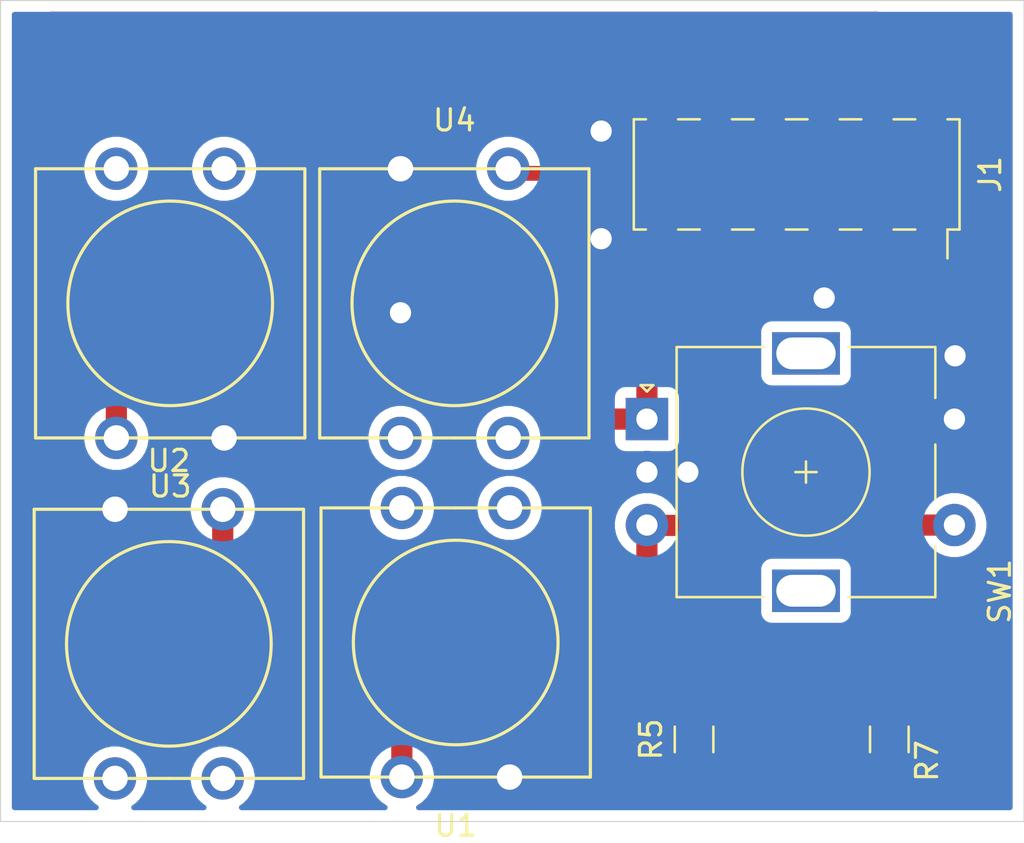
<source format=kicad_pcb>
(kicad_pcb (version 20171130) (host pcbnew 5.1.5-52549c5~84~ubuntu18.04.1)

  (general
    (thickness 1.6)
    (drawings 4)
    (tracks 80)
    (zones 0)
    (modules 8)
    (nets 18)
  )

  (page A4)
  (layers
    (0 F.Cu signal)
    (31 B.Cu signal)
    (32 B.Adhes user)
    (33 F.Adhes user)
    (34 B.Paste user)
    (35 F.Paste user)
    (36 B.SilkS user)
    (37 F.SilkS user)
    (38 B.Mask user)
    (39 F.Mask user)
    (40 Dwgs.User user)
    (41 Cmts.User user)
    (42 Eco1.User user)
    (43 Eco2.User user)
    (44 Edge.Cuts user)
    (45 Margin user)
    (46 B.CrtYd user)
    (47 F.CrtYd user)
    (48 B.Fab user hide)
    (49 F.Fab user hide)
  )

  (setup
    (last_trace_width 0.7)
    (user_trace_width 0.5)
    (user_trace_width 0.7)
    (user_trace_width 1)
    (user_trace_width 2)
    (trace_clearance 0.5)
    (zone_clearance 0.508)
    (zone_45_only no)
    (trace_min 0.2)
    (via_size 0.8)
    (via_drill 0.4)
    (via_min_size 0.4)
    (via_min_drill 0.3)
    (user_via 2 1)
    (uvia_size 0.3)
    (uvia_drill 0.1)
    (uvias_allowed no)
    (uvia_min_size 0.2)
    (uvia_min_drill 0.1)
    (edge_width 0.05)
    (segment_width 0.2)
    (pcb_text_width 0.3)
    (pcb_text_size 1.5 1.5)
    (mod_edge_width 0.12)
    (mod_text_size 1 1)
    (mod_text_width 0.15)
    (pad_size 1.524 1.524)
    (pad_drill 0.762)
    (pad_to_mask_clearance 0.051)
    (solder_mask_min_width 0.25)
    (aux_axis_origin 0 0)
    (visible_elements FFFFFF7F)
    (pcbplotparams
      (layerselection 0x01000_7fffffff)
      (usegerberextensions false)
      (usegerberattributes false)
      (usegerberadvancedattributes false)
      (creategerberjobfile false)
      (excludeedgelayer true)
      (linewidth 0.100000)
      (plotframeref false)
      (viasonmask false)
      (mode 1)
      (useauxorigin false)
      (hpglpennumber 1)
      (hpglpenspeed 20)
      (hpglpendiameter 15.000000)
      (psnegative true)
      (psa4output false)
      (plotreference true)
      (plotvalue true)
      (plotinvisibletext false)
      (padsonsilk false)
      (subtractmaskfromsilk false)
      (outputformat 5)
      (mirror true)
      (drillshape 2)
      (scaleselection 1)
      (outputdirectory ""))
  )

  (net 0 "")
  (net 1 GNDS)
  (net 2 /Controls/BTN4)
  (net 3 /Controls/ENC_A)
  (net 4 /Controls/BTN3)
  (net 5 /Controls/ENC_B)
  (net 6 /Controls/BTN2)
  (net 7 /Controls/BTN1)
  (net 8 /Controls/ENC_SW)
  (net 9 +3V3)
  (net 10 "Net-(U1-Pad3)")
  (net 11 "Net-(U1-Pad1)")
  (net 12 "Net-(U2-Pad3)")
  (net 13 "Net-(U2-Pad1)")
  (net 14 "Net-(U3-Pad3)")
  (net 15 "Net-(U3-Pad1)")
  (net 16 "Net-(U4-Pad3)")
  (net 17 "Net-(U4-Pad1)")

  (net_class Default "This is the default net class."
    (clearance 0.5)
    (trace_width 0.25)
    (via_dia 0.8)
    (via_drill 0.4)
    (uvia_dia 0.3)
    (uvia_drill 0.1)
    (add_net +3V3)
    (add_net /Controls/BTN1)
    (add_net /Controls/BTN2)
    (add_net /Controls/BTN3)
    (add_net /Controls/BTN4)
    (add_net /Controls/ENC_A)
    (add_net /Controls/ENC_B)
    (add_net /Controls/ENC_SW)
    (add_net GNDS)
    (add_net "Net-(U1-Pad1)")
    (add_net "Net-(U1-Pad3)")
    (add_net "Net-(U2-Pad1)")
    (add_net "Net-(U2-Pad3)")
    (add_net "Net-(U3-Pad1)")
    (add_net "Net-(U3-Pad3)")
    (add_net "Net-(U4-Pad1)")
    (add_net "Net-(U4-Pad3)")
  )

  (module Connector_PinSocket_2.54mm:PinSocket_2x06_P2.54mm_Vertical_SMD (layer F.Cu) (tedit 5A19A42A) (tstamp 5E81DBB0)
    (at 77.6732 67.0052 270)
    (descr "surface-mounted straight socket strip, 2x06, 2.54mm pitch, double cols (from Kicad 4.0.7), script generated")
    (tags "Surface mounted socket strip SMD 2x06 2.54mm double row")
    (path /5E7E6C1D/5E8132DF)
    (attr smd)
    (fp_text reference J1 (at 0 -9.12 90) (layer F.SilkS)
      (effects (font (size 1 1) (thickness 0.15)))
    )
    (fp_text value Conn_02x06_Odd_Even (at 0 9.12 90) (layer F.Fab)
      (effects (font (size 1 1) (thickness 0.15)))
    )
    (fp_text user %R (at 0 0) (layer F.Fab)
      (effects (font (size 1 1) (thickness 0.15)))
    )
    (fp_line (start -4.55 8.1) (end -4.55 -8.15) (layer F.CrtYd) (width 0.05))
    (fp_line (start 4.5 8.1) (end -4.55 8.1) (layer F.CrtYd) (width 0.05))
    (fp_line (start 4.5 -8.15) (end 4.5 8.1) (layer F.CrtYd) (width 0.05))
    (fp_line (start -4.55 -8.15) (end 4.5 -8.15) (layer F.CrtYd) (width 0.05))
    (fp_line (start 3.92 6.67) (end 2.54 6.67) (layer F.Fab) (width 0.1))
    (fp_line (start 3.92 6.03) (end 3.92 6.67) (layer F.Fab) (width 0.1))
    (fp_line (start 2.54 6.03) (end 3.92 6.03) (layer F.Fab) (width 0.1))
    (fp_line (start -3.92 6.67) (end -3.92 6.03) (layer F.Fab) (width 0.1))
    (fp_line (start -2.54 6.67) (end -3.92 6.67) (layer F.Fab) (width 0.1))
    (fp_line (start -3.92 6.03) (end -2.54 6.03) (layer F.Fab) (width 0.1))
    (fp_line (start 3.92 4.13) (end 2.54 4.13) (layer F.Fab) (width 0.1))
    (fp_line (start 3.92 3.49) (end 3.92 4.13) (layer F.Fab) (width 0.1))
    (fp_line (start 2.54 3.49) (end 3.92 3.49) (layer F.Fab) (width 0.1))
    (fp_line (start -3.92 4.13) (end -3.92 3.49) (layer F.Fab) (width 0.1))
    (fp_line (start -2.54 4.13) (end -3.92 4.13) (layer F.Fab) (width 0.1))
    (fp_line (start -3.92 3.49) (end -2.54 3.49) (layer F.Fab) (width 0.1))
    (fp_line (start 3.92 1.59) (end 2.54 1.59) (layer F.Fab) (width 0.1))
    (fp_line (start 3.92 0.95) (end 3.92 1.59) (layer F.Fab) (width 0.1))
    (fp_line (start 2.54 0.95) (end 3.92 0.95) (layer F.Fab) (width 0.1))
    (fp_line (start -3.92 1.59) (end -3.92 0.95) (layer F.Fab) (width 0.1))
    (fp_line (start -2.54 1.59) (end -3.92 1.59) (layer F.Fab) (width 0.1))
    (fp_line (start -3.92 0.95) (end -2.54 0.95) (layer F.Fab) (width 0.1))
    (fp_line (start 3.92 -0.95) (end 2.54 -0.95) (layer F.Fab) (width 0.1))
    (fp_line (start 3.92 -1.59) (end 3.92 -0.95) (layer F.Fab) (width 0.1))
    (fp_line (start 2.54 -1.59) (end 3.92 -1.59) (layer F.Fab) (width 0.1))
    (fp_line (start -3.92 -0.95) (end -3.92 -1.59) (layer F.Fab) (width 0.1))
    (fp_line (start -2.54 -0.95) (end -3.92 -0.95) (layer F.Fab) (width 0.1))
    (fp_line (start -3.92 -1.59) (end -2.54 -1.59) (layer F.Fab) (width 0.1))
    (fp_line (start 3.92 -3.49) (end 2.54 -3.49) (layer F.Fab) (width 0.1))
    (fp_line (start 3.92 -4.13) (end 3.92 -3.49) (layer F.Fab) (width 0.1))
    (fp_line (start 2.54 -4.13) (end 3.92 -4.13) (layer F.Fab) (width 0.1))
    (fp_line (start -3.92 -3.49) (end -3.92 -4.13) (layer F.Fab) (width 0.1))
    (fp_line (start -2.54 -3.49) (end -3.92 -3.49) (layer F.Fab) (width 0.1))
    (fp_line (start -3.92 -4.13) (end -2.54 -4.13) (layer F.Fab) (width 0.1))
    (fp_line (start 3.92 -6.03) (end 2.54 -6.03) (layer F.Fab) (width 0.1))
    (fp_line (start 3.92 -6.67) (end 3.92 -6.03) (layer F.Fab) (width 0.1))
    (fp_line (start 2.54 -6.67) (end 3.92 -6.67) (layer F.Fab) (width 0.1))
    (fp_line (start -3.92 -6.03) (end -3.92 -6.67) (layer F.Fab) (width 0.1))
    (fp_line (start -2.54 -6.03) (end -3.92 -6.03) (layer F.Fab) (width 0.1))
    (fp_line (start -3.92 -6.67) (end -2.54 -6.67) (layer F.Fab) (width 0.1))
    (fp_line (start -2.54 7.62) (end -2.54 -7.62) (layer F.Fab) (width 0.1))
    (fp_line (start 2.54 7.62) (end -2.54 7.62) (layer F.Fab) (width 0.1))
    (fp_line (start 2.54 -6.62) (end 2.54 7.62) (layer F.Fab) (width 0.1))
    (fp_line (start 1.54 -7.62) (end 2.54 -6.62) (layer F.Fab) (width 0.1))
    (fp_line (start -2.54 -7.62) (end 1.54 -7.62) (layer F.Fab) (width 0.1))
    (fp_line (start 2.6 -7.11) (end 3.96 -7.11) (layer F.SilkS) (width 0.12))
    (fp_line (start -2.6 7.11) (end -2.6 7.68) (layer F.SilkS) (width 0.12))
    (fp_line (start -2.6 4.57) (end -2.6 5.59) (layer F.SilkS) (width 0.12))
    (fp_line (start -2.6 2.03) (end -2.6 3.05) (layer F.SilkS) (width 0.12))
    (fp_line (start -2.6 -0.51) (end -2.6 0.51) (layer F.SilkS) (width 0.12))
    (fp_line (start -2.6 -3.05) (end -2.6 -2.03) (layer F.SilkS) (width 0.12))
    (fp_line (start -2.6 -5.59) (end -2.6 -4.57) (layer F.SilkS) (width 0.12))
    (fp_line (start -2.6 -7.68) (end -2.6 -7.11) (layer F.SilkS) (width 0.12))
    (fp_line (start -2.6 7.68) (end 2.6 7.68) (layer F.SilkS) (width 0.12))
    (fp_line (start 2.6 7.11) (end 2.6 7.68) (layer F.SilkS) (width 0.12))
    (fp_line (start 2.6 4.57) (end 2.6 5.59) (layer F.SilkS) (width 0.12))
    (fp_line (start 2.6 2.03) (end 2.6 3.05) (layer F.SilkS) (width 0.12))
    (fp_line (start 2.6 -0.51) (end 2.6 0.51) (layer F.SilkS) (width 0.12))
    (fp_line (start 2.6 -3.05) (end 2.6 -2.03) (layer F.SilkS) (width 0.12))
    (fp_line (start 2.6 -5.59) (end 2.6 -4.57) (layer F.SilkS) (width 0.12))
    (fp_line (start 2.6 -7.68) (end 2.6 -7.11) (layer F.SilkS) (width 0.12))
    (fp_line (start -2.6 -7.68) (end 2.6 -7.68) (layer F.SilkS) (width 0.12))
    (pad 12 smd rect (at -2.52 6.35 270) (size 3 1) (layers F.Cu F.Paste F.Mask)
      (net 1 GNDS))
    (pad 11 smd rect (at 2.52 6.35 270) (size 3 1) (layers F.Cu F.Paste F.Mask)
      (net 1 GNDS))
    (pad 10 smd rect (at -2.52 3.81 270) (size 3 1) (layers F.Cu F.Paste F.Mask)
      (net 2 /Controls/BTN4))
    (pad 9 smd rect (at 2.52 3.81 270) (size 3 1) (layers F.Cu F.Paste F.Mask)
      (net 3 /Controls/ENC_A))
    (pad 8 smd rect (at -2.52 1.27 270) (size 3 1) (layers F.Cu F.Paste F.Mask)
      (net 4 /Controls/BTN3))
    (pad 7 smd rect (at 2.52 1.27 270) (size 3 1) (layers F.Cu F.Paste F.Mask)
      (net 5 /Controls/ENC_B))
    (pad 6 smd rect (at -2.52 -1.27 270) (size 3 1) (layers F.Cu F.Paste F.Mask)
      (net 6 /Controls/BTN2))
    (pad 5 smd rect (at 2.52 -1.27 270) (size 3 1) (layers F.Cu F.Paste F.Mask)
      (net 1 GNDS))
    (pad 4 smd rect (at -2.52 -3.81 270) (size 3 1) (layers F.Cu F.Paste F.Mask)
      (net 7 /Controls/BTN1))
    (pad 3 smd rect (at 2.52 -3.81 270) (size 3 1) (layers F.Cu F.Paste F.Mask)
      (net 8 /Controls/ENC_SW))
    (pad 2 smd rect (at -2.52 -6.35 270) (size 3 1) (layers F.Cu F.Paste F.Mask)
      (net 9 +3V3))
    (pad 1 smd rect (at 2.52 -6.35 270) (size 3 1) (layers F.Cu F.Paste F.Mask)
      (net 9 +3V3))
    (model ${KISYS3DMOD}/Connector_PinSocket_2.54mm.3dshapes/PinSocket_2x06_P2.54mm_Vertical_SMD.wrl
      (at (xyz 0 0 0))
      (scale (xyz 1 1 1))
      (rotate (xyz 0 0 0))
    )
  )

  (module 12x12x7_3mmTactilePushButtonMomentary:12x12x7_3mmTactilePushButtonMomentary (layer F.Cu) (tedit 5CBF733D) (tstamp 5E817161)
    (at 48.0695 89.154 270)
    (path /5E7E6C1D/5E7E532E)
    (fp_text reference U2 (at -8.636 0 180) (layer F.SilkS)
      (effects (font (size 1 1) (thickness 0.15)))
    )
    (fp_text value Tactile_Switch_SPST-NO (at 0 -8.255 270) (layer F.Fab)
      (effects (font (size 1 1) (thickness 0.15)))
    )
    (fp_line (start 6.35 0) (end 6.35 6.35) (layer F.SilkS) (width 0.15))
    (fp_line (start 6.35 6.35) (end -6.35 6.35) (layer F.SilkS) (width 0.15))
    (fp_line (start -6.35 6.35) (end -6.35 -6.35) (layer F.SilkS) (width 0.15))
    (fp_line (start -6.35 -6.35) (end 6.35 -6.35) (layer F.SilkS) (width 0.15))
    (fp_line (start 6.35 -6.35) (end 6.35 0) (layer F.SilkS) (width 0.15))
    (fp_circle (center 0 0) (end 0 4.826) (layer F.SilkS) (width 0.15))
    (pad 1 thru_hole circle (at 6.35 2.54 270) (size 2 2) (drill 1.2) (layers *.Cu *.Mask)
      (net 13 "Net-(U2-Pad1)"))
    (pad 2 thru_hole circle (at -6.35 2.54 270) (size 2 2) (drill 1.2) (layers *.Cu *.Mask)
      (net 1 GNDS))
    (pad 3 thru_hole circle (at 6.35 -2.54 270) (size 2 2) (drill 1.2) (layers *.Cu *.Mask)
      (net 12 "Net-(U2-Pad3)"))
    (pad 4 thru_hole circle (at -6.35 -2.54 270) (size 2 2) (drill 1.2) (layers *.Cu *.Mask)
      (net 6 /Controls/BTN2))
    (model ${KIPRJMOD}/lib/3d/c-1571627-1-e-3d.stp
      (offset (xyz 0 0 4))
      (scale (xyz 1 1 1))
      (rotate (xyz 0 0 90))
    )
  )

  (module Resistor_SMD:R_1206_3216Metric_Pad1.42x1.75mm_HandSolder (layer F.Cu) (tedit 5B301BBD) (tstamp 5E81711F)
    (at 82.042 93.6625 90)
    (descr "Resistor SMD 1206 (3216 Metric), square (rectangular) end terminal, IPC_7351 nominal with elongated pad for handsoldering. (Body size source: http://www.tortai-tech.com/upload/download/2011102023233369053.pdf), generated with kicad-footprint-generator")
    (tags "resistor handsolder")
    (path /5E7E6C1D/5E7E53C9)
    (attr smd)
    (fp_text reference R7 (at -1.016 1.778 270) (layer F.SilkS)
      (effects (font (size 1 1) (thickness 0.15)))
    )
    (fp_text value 10K (at 0 1.82 270) (layer F.Fab)
      (effects (font (size 1 1) (thickness 0.15)))
    )
    (fp_line (start -1.6 0.8) (end -1.6 -0.8) (layer F.Fab) (width 0.1))
    (fp_line (start -1.6 -0.8) (end 1.6 -0.8) (layer F.Fab) (width 0.1))
    (fp_line (start 1.6 -0.8) (end 1.6 0.8) (layer F.Fab) (width 0.1))
    (fp_line (start 1.6 0.8) (end -1.6 0.8) (layer F.Fab) (width 0.1))
    (fp_line (start -0.602064 -0.91) (end 0.602064 -0.91) (layer F.SilkS) (width 0.12))
    (fp_line (start -0.602064 0.91) (end 0.602064 0.91) (layer F.SilkS) (width 0.12))
    (fp_line (start -2.45 1.12) (end -2.45 -1.12) (layer F.CrtYd) (width 0.05))
    (fp_line (start -2.45 -1.12) (end 2.45 -1.12) (layer F.CrtYd) (width 0.05))
    (fp_line (start 2.45 -1.12) (end 2.45 1.12) (layer F.CrtYd) (width 0.05))
    (fp_line (start 2.45 1.12) (end -2.45 1.12) (layer F.CrtYd) (width 0.05))
    (fp_text user %R (at 0 0 270) (layer F.Fab)
      (effects (font (size 0.8 0.8) (thickness 0.12)))
    )
    (pad 1 smd roundrect (at -1.4875 0 90) (size 1.425 1.75) (layers F.Cu F.Paste F.Mask) (roundrect_rratio 0.175439)
      (net 9 +3V3))
    (pad 2 smd roundrect (at 1.4875 0 90) (size 1.425 1.75) (layers F.Cu F.Paste F.Mask) (roundrect_rratio 0.175439)
      (net 5 /Controls/ENC_B))
    (model ${KISYS3DMOD}/Resistor_SMD.3dshapes/R_1206_3216Metric.wrl
      (at (xyz 0 0 0))
      (scale (xyz 1 1 1))
      (rotate (xyz 0 0 0))
    )
  )

  (module Resistor_SMD:R_1206_3216Metric_Pad1.42x1.75mm_HandSolder (layer F.Cu) (tedit 5B301BBD) (tstamp 5E8170FD)
    (at 72.8345 93.6625 90)
    (descr "Resistor SMD 1206 (3216 Metric), square (rectangular) end terminal, IPC_7351 nominal with elongated pad for handsoldering. (Body size source: http://www.tortai-tech.com/upload/download/2011102023233369053.pdf), generated with kicad-footprint-generator")
    (tags "resistor handsolder")
    (path /5E7E6C1D/5E7E53C3)
    (attr smd)
    (fp_text reference R5 (at 0 -2.032 270) (layer F.SilkS)
      (effects (font (size 1 1) (thickness 0.15)))
    )
    (fp_text value 10K (at 0 1.82 270) (layer F.Fab)
      (effects (font (size 1 1) (thickness 0.15)))
    )
    (fp_line (start -1.6 0.8) (end -1.6 -0.8) (layer F.Fab) (width 0.1))
    (fp_line (start -1.6 -0.8) (end 1.6 -0.8) (layer F.Fab) (width 0.1))
    (fp_line (start 1.6 -0.8) (end 1.6 0.8) (layer F.Fab) (width 0.1))
    (fp_line (start 1.6 0.8) (end -1.6 0.8) (layer F.Fab) (width 0.1))
    (fp_line (start -0.602064 -0.91) (end 0.602064 -0.91) (layer F.SilkS) (width 0.12))
    (fp_line (start -0.602064 0.91) (end 0.602064 0.91) (layer F.SilkS) (width 0.12))
    (fp_line (start -2.45 1.12) (end -2.45 -1.12) (layer F.CrtYd) (width 0.05))
    (fp_line (start -2.45 -1.12) (end 2.45 -1.12) (layer F.CrtYd) (width 0.05))
    (fp_line (start 2.45 -1.12) (end 2.45 1.12) (layer F.CrtYd) (width 0.05))
    (fp_line (start 2.45 1.12) (end -2.45 1.12) (layer F.CrtYd) (width 0.05))
    (fp_text user %R (at 0 0 270) (layer F.Fab)
      (effects (font (size 0.8 0.8) (thickness 0.12)))
    )
    (pad 1 smd roundrect (at -1.4875 0 90) (size 1.425 1.75) (layers F.Cu F.Paste F.Mask) (roundrect_rratio 0.175439)
      (net 9 +3V3))
    (pad 2 smd roundrect (at 1.4875 0 90) (size 1.425 1.75) (layers F.Cu F.Paste F.Mask) (roundrect_rratio 0.175439)
      (net 3 /Controls/ENC_A))
    (model ${KISYS3DMOD}/Resistor_SMD.3dshapes/R_1206_3216Metric.wrl
      (at (xyz 0 0 0))
      (scale (xyz 1 1 1))
      (rotate (xyz 0 0 0))
    )
  )

  (module Rotary_Encoder:RotaryEncoder_Alps_EC11E-Switch_Vertical_H20mm (layer F.Cu) (tedit 5A74C8CB) (tstamp 5E88F2BD)
    (at 70.612 78.5495)
    (descr "Alps rotary encoder, EC12E... with switch, vertical shaft, http://www.alps.com/prod/info/E/HTML/Encoder/Incremental/EC11/EC11E15204A3.html")
    (tags "rotary encoder")
    (path /5E7E6C1D/5E7E53B0)
    (fp_text reference SW1 (at 16.637 8.128 90) (layer F.SilkS)
      (effects (font (size 1 1) (thickness 0.15)))
    )
    (fp_text value Rotary_Encoder_Switch (at 7.5 10.4) (layer F.Fab)
      (effects (font (size 1 1) (thickness 0.15)))
    )
    (fp_circle (center 7.5 2.5) (end 10.5 2.5) (layer F.Fab) (width 0.12))
    (fp_circle (center 7.5 2.5) (end 10.5 2.5) (layer F.SilkS) (width 0.12))
    (fp_line (start 16 9.6) (end -1.5 9.6) (layer F.CrtYd) (width 0.05))
    (fp_line (start 16 9.6) (end 16 -4.6) (layer F.CrtYd) (width 0.05))
    (fp_line (start -1.5 -4.6) (end -1.5 9.6) (layer F.CrtYd) (width 0.05))
    (fp_line (start -1.5 -4.6) (end 16 -4.6) (layer F.CrtYd) (width 0.05))
    (fp_line (start 2.5 -3.3) (end 13.5 -3.3) (layer F.Fab) (width 0.12))
    (fp_line (start 13.5 -3.3) (end 13.5 8.3) (layer F.Fab) (width 0.12))
    (fp_line (start 13.5 8.3) (end 1.5 8.3) (layer F.Fab) (width 0.12))
    (fp_line (start 1.5 8.3) (end 1.5 -2.2) (layer F.Fab) (width 0.12))
    (fp_line (start 1.5 -2.2) (end 2.5 -3.3) (layer F.Fab) (width 0.12))
    (fp_line (start 9.5 -3.4) (end 13.6 -3.4) (layer F.SilkS) (width 0.12))
    (fp_line (start 13.6 8.4) (end 9.5 8.4) (layer F.SilkS) (width 0.12))
    (fp_line (start 5.5 8.4) (end 1.4 8.4) (layer F.SilkS) (width 0.12))
    (fp_line (start 5.5 -3.4) (end 1.4 -3.4) (layer F.SilkS) (width 0.12))
    (fp_line (start 1.4 -3.4) (end 1.4 8.4) (layer F.SilkS) (width 0.12))
    (fp_line (start 0 -1.3) (end -0.3 -1.6) (layer F.SilkS) (width 0.12))
    (fp_line (start -0.3 -1.6) (end 0.3 -1.6) (layer F.SilkS) (width 0.12))
    (fp_line (start 0.3 -1.6) (end 0 -1.3) (layer F.SilkS) (width 0.12))
    (fp_line (start 7.5 -0.5) (end 7.5 5.5) (layer F.Fab) (width 0.12))
    (fp_line (start 4.5 2.5) (end 10.5 2.5) (layer F.Fab) (width 0.12))
    (fp_line (start 13.6 -3.4) (end 13.6 -1) (layer F.SilkS) (width 0.12))
    (fp_line (start 13.6 1.2) (end 13.6 3.8) (layer F.SilkS) (width 0.12))
    (fp_line (start 13.6 6) (end 13.6 8.4) (layer F.SilkS) (width 0.12))
    (fp_line (start 7.5 2) (end 7.5 3) (layer F.SilkS) (width 0.12))
    (fp_line (start 7 2.5) (end 8 2.5) (layer F.SilkS) (width 0.12))
    (fp_text user %R (at 11.1 6.3) (layer F.Fab)
      (effects (font (size 1 1) (thickness 0.15)))
    )
    (pad A thru_hole rect (at 0 0) (size 2 2) (drill 1) (layers *.Cu *.Mask)
      (net 3 /Controls/ENC_A))
    (pad C thru_hole circle (at 0 2.5) (size 2 2) (drill 1) (layers *.Cu *.Mask)
      (net 1 GNDS))
    (pad B thru_hole circle (at 0 5) (size 2 2) (drill 1) (layers *.Cu *.Mask)
      (net 5 /Controls/ENC_B))
    (pad MP thru_hole rect (at 7.5 -3.1) (size 3.2 2) (drill oval 2.8 1.5) (layers *.Cu *.Mask))
    (pad MP thru_hole rect (at 7.5 8.1) (size 3.2 2) (drill oval 2.8 1.5) (layers *.Cu *.Mask))
    (pad S2 thru_hole circle (at 14.5 0) (size 2 2) (drill 1) (layers *.Cu *.Mask)
      (net 1 GNDS))
    (pad S1 thru_hole circle (at 14.5 5) (size 2 2) (drill 1) (layers *.Cu *.Mask)
      (net 8 /Controls/ENC_SW))
    (model ${KISYS3DMOD}/Rotary_Encoder.3dshapes/RotaryEncoder_Alps_EC11E-Switch_Vertical_H20mm.wrl
      (at (xyz 0 0 0))
      (scale (xyz 1 1 1))
      (rotate (xyz 0 0 0))
    )
  )

  (module 12x12x7_3mmTactilePushButtonMomentary:12x12x7_3mmTactilePushButtonMomentary (layer F.Cu) (tedit 5CBF733D) (tstamp 5E81717D)
    (at 61.5315 73.0885 270)
    (path /5E7E6C1D/5E7E533A)
    (fp_text reference U4 (at -8.636 0 180) (layer F.SilkS)
      (effects (font (size 1 1) (thickness 0.15)))
    )
    (fp_text value Tactile_Switch_SPST-NO (at 0 -8.255 270) (layer F.Fab)
      (effects (font (size 1 1) (thickness 0.15)))
    )
    (fp_line (start 6.35 0) (end 6.35 6.35) (layer F.SilkS) (width 0.15))
    (fp_line (start 6.35 6.35) (end -6.35 6.35) (layer F.SilkS) (width 0.15))
    (fp_line (start -6.35 6.35) (end -6.35 -6.35) (layer F.SilkS) (width 0.15))
    (fp_line (start -6.35 -6.35) (end 6.35 -6.35) (layer F.SilkS) (width 0.15))
    (fp_line (start 6.35 -6.35) (end 6.35 0) (layer F.SilkS) (width 0.15))
    (fp_circle (center 0 0) (end 0 4.826) (layer F.SilkS) (width 0.15))
    (pad 1 thru_hole circle (at 6.35 2.54 270) (size 2 2) (drill 1.2) (layers *.Cu *.Mask)
      (net 17 "Net-(U4-Pad1)"))
    (pad 2 thru_hole circle (at -6.35 2.54 270) (size 2 2) (drill 1.2) (layers *.Cu *.Mask)
      (net 1 GNDS))
    (pad 3 thru_hole circle (at 6.35 -2.54 270) (size 2 2) (drill 1.2) (layers *.Cu *.Mask)
      (net 16 "Net-(U4-Pad3)"))
    (pad 4 thru_hole circle (at -6.35 -2.54 270) (size 2 2) (drill 1.2) (layers *.Cu *.Mask)
      (net 2 /Controls/BTN4))
    (model ${KIPRJMOD}/lib/3d/c-1571627-1-e-3d.stp
      (offset (xyz 0 0 4))
      (scale (xyz 1 1 1))
      (rotate (xyz 0 0 90))
    )
  )

  (module 12x12x7_3mmTactilePushButtonMomentary:12x12x7_3mmTactilePushButtonMomentary (layer F.Cu) (tedit 5CBF733D) (tstamp 5E81716F)
    (at 48.133 73.0885 90)
    (path /5E7E6C1D/5E7E5334)
    (fp_text reference U3 (at -8.636 0 180) (layer F.SilkS)
      (effects (font (size 1 1) (thickness 0.15)))
    )
    (fp_text value Tactile_Switch_SPST-NO (at 0 -8.255 270) (layer F.Fab)
      (effects (font (size 1 1) (thickness 0.15)))
    )
    (fp_line (start 6.35 0) (end 6.35 6.35) (layer F.SilkS) (width 0.15))
    (fp_line (start 6.35 6.35) (end -6.35 6.35) (layer F.SilkS) (width 0.15))
    (fp_line (start -6.35 6.35) (end -6.35 -6.35) (layer F.SilkS) (width 0.15))
    (fp_line (start -6.35 -6.35) (end 6.35 -6.35) (layer F.SilkS) (width 0.15))
    (fp_line (start 6.35 -6.35) (end 6.35 0) (layer F.SilkS) (width 0.15))
    (fp_circle (center 0 0) (end 0 4.826) (layer F.SilkS) (width 0.15))
    (pad 1 thru_hole circle (at 6.35 2.54 90) (size 2 2) (drill 1.2) (layers *.Cu *.Mask)
      (net 15 "Net-(U3-Pad1)"))
    (pad 2 thru_hole circle (at -6.35 2.54 90) (size 2 2) (drill 1.2) (layers *.Cu *.Mask)
      (net 1 GNDS))
    (pad 3 thru_hole circle (at 6.35 -2.54 90) (size 2 2) (drill 1.2) (layers *.Cu *.Mask)
      (net 14 "Net-(U3-Pad3)"))
    (pad 4 thru_hole circle (at -6.35 -2.54 90) (size 2 2) (drill 1.2) (layers *.Cu *.Mask)
      (net 4 /Controls/BTN3))
    (model ${KIPRJMOD}/lib/3d/c-1571627-1-e-3d.stp
      (offset (xyz 0 0 4))
      (scale (xyz 1 1 1))
      (rotate (xyz 0 0 90))
    )
  )

  (module 12x12x7_3mmTactilePushButtonMomentary:12x12x7_3mmTactilePushButtonMomentary (layer F.Cu) (tedit 5CBF733D) (tstamp 5E88FEB9)
    (at 61.595 89.0905 90)
    (path /5E7E6C1D/5E7E5328)
    (fp_text reference U1 (at -8.636 0 180) (layer F.SilkS)
      (effects (font (size 1 1) (thickness 0.15)))
    )
    (fp_text value Tactile_Switch_SPST-NO (at 0 -8.255 270) (layer F.Fab)
      (effects (font (size 1 1) (thickness 0.15)))
    )
    (fp_line (start 6.35 0) (end 6.35 6.35) (layer F.SilkS) (width 0.15))
    (fp_line (start 6.35 6.35) (end -6.35 6.35) (layer F.SilkS) (width 0.15))
    (fp_line (start -6.35 6.35) (end -6.35 -6.35) (layer F.SilkS) (width 0.15))
    (fp_line (start -6.35 -6.35) (end 6.35 -6.35) (layer F.SilkS) (width 0.15))
    (fp_line (start 6.35 -6.35) (end 6.35 0) (layer F.SilkS) (width 0.15))
    (fp_circle (center 0 0) (end 0 4.826) (layer F.SilkS) (width 0.15))
    (pad 1 thru_hole circle (at 6.35 2.54 90) (size 2 2) (drill 1.2) (layers *.Cu *.Mask)
      (net 11 "Net-(U1-Pad1)"))
    (pad 2 thru_hole circle (at -6.35 2.54 90) (size 2 2) (drill 1.2) (layers *.Cu *.Mask)
      (net 1 GNDS))
    (pad 3 thru_hole circle (at 6.35 -2.54 90) (size 2 2) (drill 1.2) (layers *.Cu *.Mask)
      (net 10 "Net-(U1-Pad3)"))
    (pad 4 thru_hole circle (at -6.35 -2.54 90) (size 2 2) (drill 1.2) (layers *.Cu *.Mask)
      (net 7 /Controls/BTN1))
    (model ${KIPRJMOD}/lib/3d/c-1571627-1-e-3d.stp
      (offset (xyz 0 0 4))
      (scale (xyz 1 1 1))
      (rotate (xyz 0 0 90))
    )
  )

  (gr_line (start 40.132 58.801) (end 88.392 58.801) (layer Edge.Cuts) (width 0.05) (tstamp 5E816D41))
  (gr_line (start 40.132 97.536) (end 40.132 58.801) (layer Edge.Cuts) (width 0.05))
  (gr_line (start 88.392 97.536) (end 40.132 97.536) (layer Edge.Cuts) (width 0.05))
  (gr_line (start 88.392 58.801) (end 88.392 97.536) (layer Edge.Cuts) (width 0.05))

  (segment (start 58.9915 71.0692) (end 58.9915 66.7385) (width 1) (layer F.Cu) (net 1))
  (segment (start 58.9915 71.0565) (end 58.9915 73.533) (width 1) (layer F.Cu) (net 1))
  (via (at 58.9915 73.533) (size 2) (drill 1) (layers F.Cu B.Cu) (net 1))
  (via (at 78.9686 72.8345) (size 2) (drill 1) (layers F.Cu B.Cu) (net 1))
  (segment (start 71.247 70.0405) (end 68.453 70.0405) (width 1) (layer F.Cu) (net 1))
  (via (at 68.453 70.0405) (size 2) (drill 1) (layers F.Cu B.Cu) (net 1))
  (via (at 72.5405 81.0495) (size 2) (drill 1) (layers F.Cu B.Cu) (net 1))
  (segment (start 72.5405 81.0495) (end 70.612 81.0495) (width 1) (layer F.Cu) (net 1))
  (segment (start 58.9915 73.533) (end 58.9915 71.0692) (width 1) (layer F.Cu) (net 1))
  (segment (start 61.468 73.533) (end 58.9915 73.533) (width 1) (layer F.Cu) (net 1))
  (segment (start 63.9445 88.0745) (end 61.595 88.0745) (width 1) (layer F.Cu) (net 1))
  (segment (start 64.135 88.265) (end 63.9445 88.0745) (width 1) (layer F.Cu) (net 1))
  (segment (start 64.135 95.4405) (end 64.135 88.265) (width 1) (layer F.Cu) (net 1))
  (segment (start 61.595 88.0745) (end 61.5442 88.0237) (width 1) (layer F.Cu) (net 1))
  (segment (start 61.5442 88.0237) (end 61.5442 73.6092) (width 1) (layer F.Cu) (net 1))
  (segment (start 61.5442 73.6092) (end 61.468 73.533) (width 1) (layer F.Cu) (net 1))
  (segment (start 50.8635 73.533) (end 58.9915 73.533) (width 1) (layer F.Cu) (net 1))
  (segment (start 50.673 79.4385) (end 50.673 73.7235) (width 1) (layer F.Cu) (net 1))
  (segment (start 50.673 73.7235) (end 50.8635 73.533) (width 1) (layer F.Cu) (net 1))
  (segment (start 48.0695 82.804) (end 45.5295 82.804) (width 1) (layer F.Cu) (net 1))
  (segment (start 48.0695 79.629) (end 48.0695 82.804) (width 1) (layer F.Cu) (net 1))
  (segment (start 50.673 79.4385) (end 48.26 79.4385) (width 1) (layer F.Cu) (net 1))
  (segment (start 48.26 79.4385) (end 48.0695 79.629) (width 1) (layer F.Cu) (net 1))
  (segment (start 85.112 75.5938) (end 85.112 78.8035) (width 1) (layer F.Cu) (net 1))
  (via (at 85.1408 75.565) (size 2) (drill 1) (layers F.Cu B.Cu) (net 1))
  (segment (start 85.1408 75.565) (end 85.112 75.5938) (width 1) (layer F.Cu) (net 1))
  (via (at 68.453 64.9605) (size 2) (drill 1) (layers F.Cu B.Cu) (net 1) (tstamp 5E8A553D))
  (segment (start 71.247 64.9605) (end 68.453 64.9605) (width 1) (layer F.Cu) (net 1) (tstamp 5E8A553E))
  (segment (start 78.9686 69.6014) (end 78.9686 72.8345) (width 1) (layer F.Cu) (net 1))
  (segment (start 64.2874 66.9544) (end 64.0715 66.7385) (width 0.7) (layer F.Cu) (net 2))
  (segment (start 73.8632 64.4852) (end 73.8632 66.9544) (width 0.7) (layer F.Cu) (net 2))
  (segment (start 73.8632 66.9544) (end 64.2874 66.9544) (width 0.7) (layer F.Cu) (net 2))
  (segment (start 67.056 92.175) (end 72.8345 92.175) (width 1) (layer F.Cu) (net 3))
  (segment (start 70.739 78.5495) (end 67.056 78.5495) (width 1) (layer F.Cu) (net 3))
  (segment (start 67.056 78.5495) (end 67.056 92.175) (width 1) (layer F.Cu) (net 3))
  (segment (start 70.612 74.7268) (end 70.612 78.4225) (width 1) (layer F.Cu) (net 3))
  (segment (start 73.8632 69.5252) (end 73.8632 71.4756) (width 1) (layer F.Cu) (net 3))
  (segment (start 73.8632 71.4756) (end 70.612 74.7268) (width 1) (layer F.Cu) (net 3))
  (segment (start 45.593 70.9295) (end 45.593 79.4385) (width 1) (layer F.Cu) (net 4))
  (segment (start 55.1815 62.484) (end 55.1815 70.485) (width 1) (layer F.Cu) (net 4))
  (segment (start 55.1815 70.485) (end 55.0545 70.612) (width 1) (layer F.Cu) (net 4))
  (segment (start 55.0545 70.612) (end 45.9105 70.612) (width 1) (layer F.Cu) (net 4))
  (segment (start 45.9105 70.612) (end 45.593 70.9295) (width 1) (layer F.Cu) (net 4))
  (segment (start 55.5625 62.103) (end 55.1815 62.484) (width 0.7) (layer F.Cu) (net 4))
  (segment (start 76.327 62.103) (end 55.5625 62.103) (width 0.7) (layer F.Cu) (net 4))
  (segment (start 76.3778 65.0567) (end 76.327 65.0059) (width 0.7) (layer F.Cu) (net 4))
  (segment (start 76.327 65.0059) (end 76.327 62.103) (width 0.7) (layer F.Cu) (net 4))
  (segment (start 70.612 83.5495) (end 70.612 89.7255) (width 1) (layer F.Cu) (net 5))
  (segment (start 70.612 89.7255) (end 82.042 89.7255) (width 1) (layer F.Cu) (net 5))
  (segment (start 82.042 89.7255) (end 82.042 92.175) (width 1) (layer F.Cu) (net 5))
  (segment (start 74.7395 73.2409) (end 74.7395 83.566) (width 1) (layer F.Cu) (net 5))
  (segment (start 70.6285 83.566) (end 70.612 83.5495) (width 1) (layer F.Cu) (net 5))
  (segment (start 74.7395 83.566) (end 70.6285 83.566) (width 1) (layer F.Cu) (net 5))
  (segment (start 76.4032 69.5252) (end 76.4032 71.5772) (width 1) (layer F.Cu) (net 5))
  (segment (start 76.4032 71.5772) (end 74.7395 73.2409) (width 1) (layer F.Cu) (net 5))
  (segment (start 50.6095 85.9155) (end 50.6095 82.804) (width 1) (layer F.Cu) (net 6))
  (segment (start 43.053 85.9155) (end 50.6095 85.9155) (width 1) (layer F.Cu) (net 6))
  (segment (start 43.053 61.722) (end 43.053 85.9155) (width 1) (layer F.Cu) (net 6))
  (segment (start 43.6245 61.1505) (end 43.053 61.722) (width 1) (layer F.Cu) (net 6))
  (segment (start 43.8785 60.8965) (end 43.6245 61.1505) (width 0.7) (layer F.Cu) (net 6))
  (segment (start 78.9178 65.0567) (end 78.867 65.0059) (width 0.7) (layer F.Cu) (net 6))
  (segment (start 78.867 60.8965) (end 43.8785 60.8965) (width 0.7) (layer F.Cu) (net 6))
  (segment (start 78.867 65.0059) (end 78.867 60.8965) (width 0.7) (layer F.Cu) (net 6))
  (segment (start 41.402 88.3285) (end 41.402 60.833) (width 1) (layer F.Cu) (net 7))
  (segment (start 59.055 95.4405) (end 59.055 88.3285) (width 1) (layer F.Cu) (net 7))
  (segment (start 59.055 88.3285) (end 41.402 88.3285) (width 1) (layer F.Cu) (net 7))
  (segment (start 81.407 65.0059) (end 81.4578 65.0567) (width 0.7) (layer F.Cu) (net 7))
  (segment (start 41.402 60.833) (end 42.5577 59.6773) (width 0.7) (layer F.Cu) (net 7))
  (segment (start 81.407 59.6773) (end 81.407 65.0059) (width 0.7) (layer F.Cu) (net 7))
  (segment (start 42.5577 59.6773) (end 81.407 59.6773) (width 0.7) (layer F.Cu) (net 7))
  (segment (start 84.709 83.5025) (end 84.963 83.7565) (width 1) (layer F.Cu) (net 8))
  (segment (start 84.604 83.8035) (end 85.264 83.8035) (width 0.5) (layer F.Cu) (net 8))
  (segment (start 81.4832 83.5495) (end 81.4832 69.5252) (width 1) (layer F.Cu) (net 8))
  (segment (start 85.112 83.5495) (end 81.4832 83.5495) (width 1) (layer F.Cu) (net 8))
  (segment (start 83.9978 70.0967) (end 83.9978 65.0567) (width 1) (layer F.Cu) (net 9))
  (segment (start 87.2617 95.15) (end 72.8345 95.15) (width 1) (layer F.Cu) (net 9))
  (segment (start 87.2617 68.3206) (end 87.2617 95.15) (width 1) (layer F.Cu) (net 9))
  (segment (start 83.9978 67.5767) (end 86.5178 67.5767) (width 1) (layer F.Cu) (net 9))
  (segment (start 86.5178 67.5767) (end 87.2617 68.3206) (width 1) (layer F.Cu) (net 9))
  (segment (start 45.593 95.5675) (end 45.5295 95.504) (width 1) (layer F.Cu) (net 13))

  (zone (net 1) (net_name GNDS) (layer B.Cu) (tstamp 5E890548) (hatch edge 0.508)
    (connect_pads yes (clearance 0.508))
    (min_thickness 0.254)
    (fill yes (arc_segments 32) (thermal_gap 0.508) (thermal_bridge_width 0.508))
    (polygon
      (pts
        (xy 40.132 97.536) (xy 40.132 58.801) (xy 88.392 58.801) (xy 88.392 97.536)
      )
    )
    (filled_polygon
      (pts
        (xy 87.732001 96.876) (xy 59.849544 96.876) (xy 60.097252 96.710487) (xy 60.324987 96.482752) (xy 60.503918 96.214963)
        (xy 60.627168 95.917412) (xy 60.69 95.601533) (xy 60.69 95.279467) (xy 60.627168 94.963588) (xy 60.503918 94.666037)
        (xy 60.324987 94.398248) (xy 60.097252 94.170513) (xy 59.829463 93.991582) (xy 59.531912 93.868332) (xy 59.216033 93.8055)
        (xy 58.893967 93.8055) (xy 58.578088 93.868332) (xy 58.280537 93.991582) (xy 58.012748 94.170513) (xy 57.785013 94.398248)
        (xy 57.606082 94.666037) (xy 57.482832 94.963588) (xy 57.42 95.279467) (xy 57.42 95.601533) (xy 57.482832 95.917412)
        (xy 57.606082 96.214963) (xy 57.785013 96.482752) (xy 58.012748 96.710487) (xy 58.260456 96.876) (xy 51.499079 96.876)
        (xy 51.651752 96.773987) (xy 51.879487 96.546252) (xy 52.058418 96.278463) (xy 52.181668 95.980912) (xy 52.2445 95.665033)
        (xy 52.2445 95.342967) (xy 52.181668 95.027088) (xy 52.058418 94.729537) (xy 51.879487 94.461748) (xy 51.651752 94.234013)
        (xy 51.383963 94.055082) (xy 51.086412 93.931832) (xy 50.770533 93.869) (xy 50.448467 93.869) (xy 50.132588 93.931832)
        (xy 49.835037 94.055082) (xy 49.567248 94.234013) (xy 49.339513 94.461748) (xy 49.160582 94.729537) (xy 49.037332 95.027088)
        (xy 48.9745 95.342967) (xy 48.9745 95.665033) (xy 49.037332 95.980912) (xy 49.160582 96.278463) (xy 49.339513 96.546252)
        (xy 49.567248 96.773987) (xy 49.719921 96.876) (xy 46.419079 96.876) (xy 46.571752 96.773987) (xy 46.799487 96.546252)
        (xy 46.978418 96.278463) (xy 47.101668 95.980912) (xy 47.1645 95.665033) (xy 47.1645 95.342967) (xy 47.101668 95.027088)
        (xy 46.978418 94.729537) (xy 46.799487 94.461748) (xy 46.571752 94.234013) (xy 46.303963 94.055082) (xy 46.006412 93.931832)
        (xy 45.690533 93.869) (xy 45.368467 93.869) (xy 45.052588 93.931832) (xy 44.755037 94.055082) (xy 44.487248 94.234013)
        (xy 44.259513 94.461748) (xy 44.080582 94.729537) (xy 43.957332 95.027088) (xy 43.8945 95.342967) (xy 43.8945 95.665033)
        (xy 43.957332 95.980912) (xy 44.080582 96.278463) (xy 44.259513 96.546252) (xy 44.487248 96.773987) (xy 44.639921 96.876)
        (xy 40.792 96.876) (xy 40.792 85.6495) (xy 75.873928 85.6495) (xy 75.873928 87.6495) (xy 75.886188 87.773982)
        (xy 75.922498 87.89368) (xy 75.981463 88.003994) (xy 76.060815 88.100685) (xy 76.157506 88.180037) (xy 76.26782 88.239002)
        (xy 76.387518 88.275312) (xy 76.512 88.287572) (xy 79.712 88.287572) (xy 79.836482 88.275312) (xy 79.95618 88.239002)
        (xy 80.066494 88.180037) (xy 80.163185 88.100685) (xy 80.242537 88.003994) (xy 80.301502 87.89368) (xy 80.337812 87.773982)
        (xy 80.350072 87.6495) (xy 80.350072 85.6495) (xy 80.337812 85.525018) (xy 80.301502 85.40532) (xy 80.242537 85.295006)
        (xy 80.163185 85.198315) (xy 80.066494 85.118963) (xy 79.95618 85.059998) (xy 79.836482 85.023688) (xy 79.712 85.011428)
        (xy 76.512 85.011428) (xy 76.387518 85.023688) (xy 76.26782 85.059998) (xy 76.157506 85.118963) (xy 76.060815 85.198315)
        (xy 75.981463 85.295006) (xy 75.922498 85.40532) (xy 75.886188 85.525018) (xy 75.873928 85.6495) (xy 40.792 85.6495)
        (xy 40.792 82.642967) (xy 48.9745 82.642967) (xy 48.9745 82.965033) (xy 49.037332 83.280912) (xy 49.160582 83.578463)
        (xy 49.339513 83.846252) (xy 49.567248 84.073987) (xy 49.835037 84.252918) (xy 50.132588 84.376168) (xy 50.448467 84.439)
        (xy 50.770533 84.439) (xy 51.086412 84.376168) (xy 51.383963 84.252918) (xy 51.651752 84.073987) (xy 51.879487 83.846252)
        (xy 52.058418 83.578463) (xy 52.181668 83.280912) (xy 52.2445 82.965033) (xy 52.2445 82.642967) (xy 52.23187 82.579467)
        (xy 57.42 82.579467) (xy 57.42 82.901533) (xy 57.482832 83.217412) (xy 57.606082 83.514963) (xy 57.785013 83.782752)
        (xy 58.012748 84.010487) (xy 58.280537 84.189418) (xy 58.578088 84.312668) (xy 58.893967 84.3755) (xy 59.216033 84.3755)
        (xy 59.531912 84.312668) (xy 59.829463 84.189418) (xy 60.097252 84.010487) (xy 60.324987 83.782752) (xy 60.503918 83.514963)
        (xy 60.627168 83.217412) (xy 60.69 82.901533) (xy 60.69 82.579467) (xy 62.5 82.579467) (xy 62.5 82.901533)
        (xy 62.562832 83.217412) (xy 62.686082 83.514963) (xy 62.865013 83.782752) (xy 63.092748 84.010487) (xy 63.360537 84.189418)
        (xy 63.658088 84.312668) (xy 63.973967 84.3755) (xy 64.296033 84.3755) (xy 64.611912 84.312668) (xy 64.909463 84.189418)
        (xy 65.177252 84.010487) (xy 65.404987 83.782752) (xy 65.583918 83.514963) (xy 65.636314 83.388467) (xy 68.977 83.388467)
        (xy 68.977 83.710533) (xy 69.039832 84.026412) (xy 69.163082 84.323963) (xy 69.342013 84.591752) (xy 69.569748 84.819487)
        (xy 69.837537 84.998418) (xy 70.135088 85.121668) (xy 70.450967 85.1845) (xy 70.773033 85.1845) (xy 71.088912 85.121668)
        (xy 71.386463 84.998418) (xy 71.654252 84.819487) (xy 71.881987 84.591752) (xy 72.060918 84.323963) (xy 72.184168 84.026412)
        (xy 72.247 83.710533) (xy 72.247 83.388467) (xy 83.477 83.388467) (xy 83.477 83.710533) (xy 83.539832 84.026412)
        (xy 83.663082 84.323963) (xy 83.842013 84.591752) (xy 84.069748 84.819487) (xy 84.337537 84.998418) (xy 84.635088 85.121668)
        (xy 84.950967 85.1845) (xy 85.273033 85.1845) (xy 85.588912 85.121668) (xy 85.886463 84.998418) (xy 86.154252 84.819487)
        (xy 86.381987 84.591752) (xy 86.560918 84.323963) (xy 86.684168 84.026412) (xy 86.747 83.710533) (xy 86.747 83.388467)
        (xy 86.684168 83.072588) (xy 86.560918 82.775037) (xy 86.381987 82.507248) (xy 86.154252 82.279513) (xy 85.886463 82.100582)
        (xy 85.588912 81.977332) (xy 85.273033 81.9145) (xy 84.950967 81.9145) (xy 84.635088 81.977332) (xy 84.337537 82.100582)
        (xy 84.069748 82.279513) (xy 83.842013 82.507248) (xy 83.663082 82.775037) (xy 83.539832 83.072588) (xy 83.477 83.388467)
        (xy 72.247 83.388467) (xy 72.184168 83.072588) (xy 72.060918 82.775037) (xy 71.881987 82.507248) (xy 71.654252 82.279513)
        (xy 71.386463 82.100582) (xy 71.088912 81.977332) (xy 70.773033 81.9145) (xy 70.450967 81.9145) (xy 70.135088 81.977332)
        (xy 69.837537 82.100582) (xy 69.569748 82.279513) (xy 69.342013 82.507248) (xy 69.163082 82.775037) (xy 69.039832 83.072588)
        (xy 68.977 83.388467) (xy 65.636314 83.388467) (xy 65.707168 83.217412) (xy 65.77 82.901533) (xy 65.77 82.579467)
        (xy 65.707168 82.263588) (xy 65.583918 81.966037) (xy 65.404987 81.698248) (xy 65.177252 81.470513) (xy 64.909463 81.291582)
        (xy 64.611912 81.168332) (xy 64.296033 81.1055) (xy 63.973967 81.1055) (xy 63.658088 81.168332) (xy 63.360537 81.291582)
        (xy 63.092748 81.470513) (xy 62.865013 81.698248) (xy 62.686082 81.966037) (xy 62.562832 82.263588) (xy 62.5 82.579467)
        (xy 60.69 82.579467) (xy 60.627168 82.263588) (xy 60.503918 81.966037) (xy 60.324987 81.698248) (xy 60.097252 81.470513)
        (xy 59.829463 81.291582) (xy 59.531912 81.168332) (xy 59.216033 81.1055) (xy 58.893967 81.1055) (xy 58.578088 81.168332)
        (xy 58.280537 81.291582) (xy 58.012748 81.470513) (xy 57.785013 81.698248) (xy 57.606082 81.966037) (xy 57.482832 82.263588)
        (xy 57.42 82.579467) (xy 52.23187 82.579467) (xy 52.181668 82.327088) (xy 52.058418 82.029537) (xy 51.879487 81.761748)
        (xy 51.651752 81.534013) (xy 51.383963 81.355082) (xy 51.086412 81.231832) (xy 50.770533 81.169) (xy 50.448467 81.169)
        (xy 50.132588 81.231832) (xy 49.835037 81.355082) (xy 49.567248 81.534013) (xy 49.339513 81.761748) (xy 49.160582 82.029537)
        (xy 49.037332 82.327088) (xy 48.9745 82.642967) (xy 40.792 82.642967) (xy 40.792 79.277467) (xy 43.958 79.277467)
        (xy 43.958 79.599533) (xy 44.020832 79.915412) (xy 44.144082 80.212963) (xy 44.323013 80.480752) (xy 44.550748 80.708487)
        (xy 44.818537 80.887418) (xy 45.116088 81.010668) (xy 45.431967 81.0735) (xy 45.754033 81.0735) (xy 46.069912 81.010668)
        (xy 46.367463 80.887418) (xy 46.635252 80.708487) (xy 46.862987 80.480752) (xy 47.041918 80.212963) (xy 47.165168 79.915412)
        (xy 47.228 79.599533) (xy 47.228 79.277467) (xy 57.3565 79.277467) (xy 57.3565 79.599533) (xy 57.419332 79.915412)
        (xy 57.542582 80.212963) (xy 57.721513 80.480752) (xy 57.949248 80.708487) (xy 58.217037 80.887418) (xy 58.514588 81.010668)
        (xy 58.830467 81.0735) (xy 59.152533 81.0735) (xy 59.468412 81.010668) (xy 59.765963 80.887418) (xy 60.033752 80.708487)
        (xy 60.261487 80.480752) (xy 60.440418 80.212963) (xy 60.563668 79.915412) (xy 60.6265 79.599533) (xy 60.6265 79.277467)
        (xy 62.4365 79.277467) (xy 62.4365 79.599533) (xy 62.499332 79.915412) (xy 62.622582 80.212963) (xy 62.801513 80.480752)
        (xy 63.029248 80.708487) (xy 63.297037 80.887418) (xy 63.594588 81.010668) (xy 63.910467 81.0735) (xy 64.232533 81.0735)
        (xy 64.548412 81.010668) (xy 64.845963 80.887418) (xy 65.113752 80.708487) (xy 65.341487 80.480752) (xy 65.520418 80.212963)
        (xy 65.643668 79.915412) (xy 65.7065 79.599533) (xy 65.7065 79.277467) (xy 65.643668 78.961588) (xy 65.520418 78.664037)
        (xy 65.341487 78.396248) (xy 65.113752 78.168513) (xy 64.845963 77.989582) (xy 64.548412 77.866332) (xy 64.232533 77.8035)
        (xy 63.910467 77.8035) (xy 63.594588 77.866332) (xy 63.297037 77.989582) (xy 63.029248 78.168513) (xy 62.801513 78.396248)
        (xy 62.622582 78.664037) (xy 62.499332 78.961588) (xy 62.4365 79.277467) (xy 60.6265 79.277467) (xy 60.563668 78.961588)
        (xy 60.440418 78.664037) (xy 60.261487 78.396248) (xy 60.033752 78.168513) (xy 59.765963 77.989582) (xy 59.468412 77.866332)
        (xy 59.152533 77.8035) (xy 58.830467 77.8035) (xy 58.514588 77.866332) (xy 58.217037 77.989582) (xy 57.949248 78.168513)
        (xy 57.721513 78.396248) (xy 57.542582 78.664037) (xy 57.419332 78.961588) (xy 57.3565 79.277467) (xy 47.228 79.277467)
        (xy 47.165168 78.961588) (xy 47.041918 78.664037) (xy 46.862987 78.396248) (xy 46.635252 78.168513) (xy 46.367463 77.989582)
        (xy 46.069912 77.866332) (xy 45.754033 77.8035) (xy 45.431967 77.8035) (xy 45.116088 77.866332) (xy 44.818537 77.989582)
        (xy 44.550748 78.168513) (xy 44.323013 78.396248) (xy 44.144082 78.664037) (xy 44.020832 78.961588) (xy 43.958 79.277467)
        (xy 40.792 79.277467) (xy 40.792 77.5495) (xy 68.973928 77.5495) (xy 68.973928 79.5495) (xy 68.986188 79.673982)
        (xy 69.022498 79.79368) (xy 69.081463 79.903994) (xy 69.160815 80.000685) (xy 69.257506 80.080037) (xy 69.36782 80.139002)
        (xy 69.487518 80.175312) (xy 69.612 80.187572) (xy 71.612 80.187572) (xy 71.736482 80.175312) (xy 71.85618 80.139002)
        (xy 71.966494 80.080037) (xy 72.063185 80.000685) (xy 72.142537 79.903994) (xy 72.201502 79.79368) (xy 72.237812 79.673982)
        (xy 72.250072 79.5495) (xy 72.250072 77.5495) (xy 72.237812 77.425018) (xy 72.201502 77.30532) (xy 72.142537 77.195006)
        (xy 72.063185 77.098315) (xy 71.966494 77.018963) (xy 71.85618 76.959998) (xy 71.736482 76.923688) (xy 71.612 76.911428)
        (xy 69.612 76.911428) (xy 69.487518 76.923688) (xy 69.36782 76.959998) (xy 69.257506 77.018963) (xy 69.160815 77.098315)
        (xy 69.081463 77.195006) (xy 69.022498 77.30532) (xy 68.986188 77.425018) (xy 68.973928 77.5495) (xy 40.792 77.5495)
        (xy 40.792 74.4495) (xy 75.873928 74.4495) (xy 75.873928 76.4495) (xy 75.886188 76.573982) (xy 75.922498 76.69368)
        (xy 75.981463 76.803994) (xy 76.060815 76.900685) (xy 76.157506 76.980037) (xy 76.26782 77.039002) (xy 76.387518 77.075312)
        (xy 76.512 77.087572) (xy 79.712 77.087572) (xy 79.836482 77.075312) (xy 79.95618 77.039002) (xy 80.066494 76.980037)
        (xy 80.163185 76.900685) (xy 80.242537 76.803994) (xy 80.301502 76.69368) (xy 80.337812 76.573982) (xy 80.350072 76.4495)
        (xy 80.350072 74.4495) (xy 80.337812 74.325018) (xy 80.301502 74.20532) (xy 80.242537 74.095006) (xy 80.163185 73.998315)
        (xy 80.066494 73.918963) (xy 79.95618 73.859998) (xy 79.836482 73.823688) (xy 79.712 73.811428) (xy 76.512 73.811428)
        (xy 76.387518 73.823688) (xy 76.26782 73.859998) (xy 76.157506 73.918963) (xy 76.060815 73.998315) (xy 75.981463 74.095006)
        (xy 75.922498 74.20532) (xy 75.886188 74.325018) (xy 75.873928 74.4495) (xy 40.792 74.4495) (xy 40.792 66.577467)
        (xy 43.958 66.577467) (xy 43.958 66.899533) (xy 44.020832 67.215412) (xy 44.144082 67.512963) (xy 44.323013 67.780752)
        (xy 44.550748 68.008487) (xy 44.818537 68.187418) (xy 45.116088 68.310668) (xy 45.431967 68.3735) (xy 45.754033 68.3735)
        (xy 46.069912 68.310668) (xy 46.367463 68.187418) (xy 46.635252 68.008487) (xy 46.862987 67.780752) (xy 47.041918 67.512963)
        (xy 47.165168 67.215412) (xy 47.228 66.899533) (xy 47.228 66.577467) (xy 49.038 66.577467) (xy 49.038 66.899533)
        (xy 49.100832 67.215412) (xy 49.224082 67.512963) (xy 49.403013 67.780752) (xy 49.630748 68.008487) (xy 49.898537 68.187418)
        (xy 50.196088 68.310668) (xy 50.511967 68.3735) (xy 50.834033 68.3735) (xy 51.149912 68.310668) (xy 51.447463 68.187418)
        (xy 51.715252 68.008487) (xy 51.942987 67.780752) (xy 52.121918 67.512963) (xy 52.245168 67.215412) (xy 52.308 66.899533)
        (xy 52.308 66.577467) (xy 62.4365 66.577467) (xy 62.4365 66.899533) (xy 62.499332 67.215412) (xy 62.622582 67.512963)
        (xy 62.801513 67.780752) (xy 63.029248 68.008487) (xy 63.297037 68.187418) (xy 63.594588 68.310668) (xy 63.910467 68.3735)
        (xy 64.232533 68.3735) (xy 64.548412 68.310668) (xy 64.845963 68.187418) (xy 65.113752 68.008487) (xy 65.341487 67.780752)
        (xy 65.520418 67.512963) (xy 65.643668 67.215412) (xy 65.7065 66.899533) (xy 65.7065 66.577467) (xy 65.643668 66.261588)
        (xy 65.520418 65.964037) (xy 65.341487 65.696248) (xy 65.113752 65.468513) (xy 64.845963 65.289582) (xy 64.548412 65.166332)
        (xy 64.232533 65.1035) (xy 63.910467 65.1035) (xy 63.594588 65.166332) (xy 63.297037 65.289582) (xy 63.029248 65.468513)
        (xy 62.801513 65.696248) (xy 62.622582 65.964037) (xy 62.499332 66.261588) (xy 62.4365 66.577467) (xy 52.308 66.577467)
        (xy 52.245168 66.261588) (xy 52.121918 65.964037) (xy 51.942987 65.696248) (xy 51.715252 65.468513) (xy 51.447463 65.289582)
        (xy 51.149912 65.166332) (xy 50.834033 65.1035) (xy 50.511967 65.1035) (xy 50.196088 65.166332) (xy 49.898537 65.289582)
        (xy 49.630748 65.468513) (xy 49.403013 65.696248) (xy 49.224082 65.964037) (xy 49.100832 66.261588) (xy 49.038 66.577467)
        (xy 47.228 66.577467) (xy 47.165168 66.261588) (xy 47.041918 65.964037) (xy 46.862987 65.696248) (xy 46.635252 65.468513)
        (xy 46.367463 65.289582) (xy 46.069912 65.166332) (xy 45.754033 65.1035) (xy 45.431967 65.1035) (xy 45.116088 65.166332)
        (xy 44.818537 65.289582) (xy 44.550748 65.468513) (xy 44.323013 65.696248) (xy 44.144082 65.964037) (xy 44.020832 66.261588)
        (xy 43.958 66.577467) (xy 40.792 66.577467) (xy 40.792 59.461) (xy 87.732 59.461)
      )
    )
  )
)

</source>
